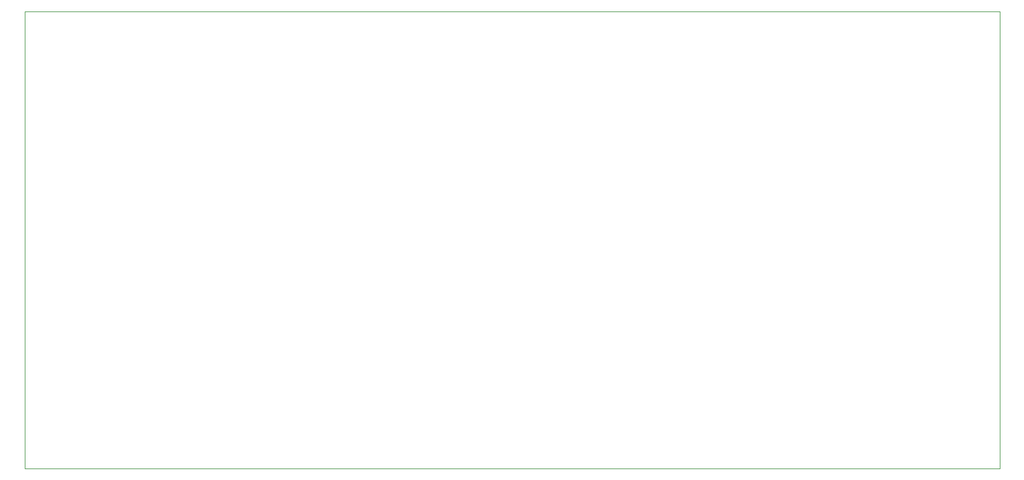
<source format=gbr>
%TF.GenerationSoftware,KiCad,Pcbnew,9.0.2*%
%TF.CreationDate,2025-11-24T17:40:38+01:00*%
%TF.ProjectId,juego-ping-pong,6a756567-6f2d-4706-996e-672d706f6e67,rev?*%
%TF.SameCoordinates,Original*%
%TF.FileFunction,Profile,NP*%
%FSLAX46Y46*%
G04 Gerber Fmt 4.6, Leading zero omitted, Abs format (unit mm)*
G04 Created by KiCad (PCBNEW 9.0.2) date 2025-11-24 17:40:38*
%MOMM*%
%LPD*%
G01*
G04 APERTURE LIST*
%TA.AperFunction,Profile*%
%ADD10C,0.050000*%
%TD*%
G04 APERTURE END LIST*
D10*
X211000000Y-61000000D02*
X211000000Y-125000000D01*
X74500000Y-61000000D02*
X74500000Y-125000000D01*
X74500000Y-61000000D02*
X211000000Y-61000000D01*
X211000000Y-125000000D02*
X74500000Y-125000000D01*
M02*

</source>
